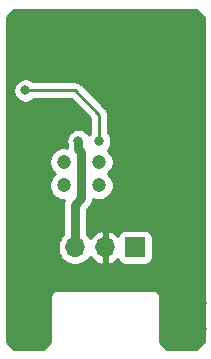
<source format=gbl>
G04 #@! TF.GenerationSoftware,KiCad,Pcbnew,(5.1.7)-1*
G04 #@! TF.CreationDate,2021-11-13T23:39:05+01:00*
G04 #@! TF.ProjectId,psu-module-positive,7073752d-6d6f-4647-956c-652d706f7369,rev?*
G04 #@! TF.SameCoordinates,Original*
G04 #@! TF.FileFunction,Copper,L2,Bot*
G04 #@! TF.FilePolarity,Positive*
%FSLAX46Y46*%
G04 Gerber Fmt 4.6, Leading zero omitted, Abs format (unit mm)*
G04 Created by KiCad (PCBNEW (5.1.7)-1) date 2021-11-13 23:39:05*
%MOMM*%
%LPD*%
G01*
G04 APERTURE LIST*
G04 #@! TA.AperFunction,ComponentPad*
%ADD10C,1.200000*%
G04 #@! TD*
G04 #@! TA.AperFunction,ComponentPad*
%ADD11R,1.700000X1.700000*%
G04 #@! TD*
G04 #@! TA.AperFunction,ComponentPad*
%ADD12O,1.700000X1.700000*%
G04 #@! TD*
G04 #@! TA.AperFunction,ViaPad*
%ADD13C,0.800000*%
G04 #@! TD*
G04 #@! TA.AperFunction,Conductor*
%ADD14C,0.250000*%
G04 #@! TD*
G04 #@! TA.AperFunction,Conductor*
%ADD15C,0.750000*%
G04 #@! TD*
G04 #@! TA.AperFunction,Conductor*
%ADD16C,0.254000*%
G04 #@! TD*
G04 #@! TA.AperFunction,Conductor*
%ADD17C,0.100000*%
G04 #@! TD*
G04 APERTURE END LIST*
D10*
X22000000Y-20500000D03*
X19000000Y-20500000D03*
X22000000Y-18500000D03*
X19000000Y-18500000D03*
D11*
X25040000Y-25750000D03*
D12*
X22500000Y-25750000D03*
X19960000Y-25750000D03*
D13*
X17500000Y-29000000D03*
X14500000Y-7000000D03*
X14500000Y-8000000D03*
X14500000Y-9000000D03*
X30500000Y-7000000D03*
X30500000Y-8000000D03*
X30500000Y-9000000D03*
X14500000Y-10000000D03*
X14500000Y-11000000D03*
X14500000Y-13000000D03*
X14500000Y-14000000D03*
X14500000Y-15000000D03*
X30500000Y-10000000D03*
X30500000Y-11000000D03*
X30500000Y-12000000D03*
X30500000Y-13000000D03*
X30500000Y-14000000D03*
X30500000Y-15000000D03*
X30500000Y-16000000D03*
X30500000Y-17000000D03*
X30500000Y-18000000D03*
X30500000Y-19000000D03*
X30500000Y-20000000D03*
X30500000Y-21000000D03*
X30500000Y-22000000D03*
X30500000Y-23000000D03*
X30500000Y-25000000D03*
X30500000Y-24000000D03*
X30500000Y-26000000D03*
X30500000Y-27000000D03*
X30500000Y-28000000D03*
X30500000Y-29000000D03*
X30500000Y-30000000D03*
X14500000Y-30000000D03*
X14500000Y-29000000D03*
X14500000Y-28000000D03*
X14500000Y-27000000D03*
X14500000Y-26000000D03*
X14500000Y-25000000D03*
X14500000Y-24000000D03*
X14500000Y-23000000D03*
X14500000Y-22000000D03*
X14500000Y-21000000D03*
X14500000Y-19000000D03*
X14500000Y-17000000D03*
X14500000Y-16000000D03*
X14500000Y-18000000D03*
X14500000Y-12000000D03*
X27500000Y-29000000D03*
X19500000Y-29000000D03*
X20500000Y-29000000D03*
X21500000Y-29000000D03*
X22500000Y-29000000D03*
X23500000Y-29000000D03*
X24500000Y-29000000D03*
X25500000Y-29000000D03*
X26500000Y-29000000D03*
X27500000Y-30000000D03*
X15500000Y-6000000D03*
X16500000Y-6000000D03*
X17500000Y-6000000D03*
X18500000Y-6000000D03*
X19500000Y-6000000D03*
X20500000Y-6000000D03*
X21500000Y-6000000D03*
X22500000Y-6000000D03*
X23500000Y-6000000D03*
X24500000Y-6000000D03*
X25500000Y-6000000D03*
X26500000Y-6000000D03*
X27500000Y-6000000D03*
X28500000Y-6000000D03*
X29500000Y-6000000D03*
X30500000Y-31000000D03*
X30500000Y-32000000D03*
X30500000Y-33000000D03*
X14500000Y-31000000D03*
X14500000Y-32000000D03*
X14500000Y-33000000D03*
X15500000Y-34000000D03*
X16500000Y-34000000D03*
X17500000Y-33000000D03*
X17500000Y-32000000D03*
X17500000Y-31000000D03*
X17500000Y-30000000D03*
X27500000Y-33000000D03*
X27500000Y-32000000D03*
X27500000Y-31000000D03*
X29500000Y-34000000D03*
X18500000Y-29000000D03*
X28500000Y-34000000D03*
X14500000Y-20000000D03*
X22000000Y-16750000D03*
X15750000Y-12450000D03*
X20250000Y-16750000D03*
D14*
X19950000Y-12450000D02*
X15750000Y-12450000D01*
X22000000Y-14500000D02*
X19950000Y-12450000D01*
X22000000Y-16750000D02*
X22000000Y-14500000D01*
D15*
X20500000Y-17700000D02*
X20250000Y-17450000D01*
X20500000Y-21600000D02*
X20500000Y-17700000D01*
X20250000Y-17450000D02*
X20250000Y-16750000D01*
X19960000Y-22140000D02*
X20500000Y-21600000D01*
X19960000Y-25750000D02*
X19960000Y-22140000D01*
D16*
X30840000Y-6273381D02*
X30840001Y-29967571D01*
X30836807Y-30000000D01*
X30849550Y-30129383D01*
X30887290Y-30253793D01*
X30948575Y-30368450D01*
X30953950Y-30375000D01*
X30948575Y-30381550D01*
X30887290Y-30496207D01*
X30849550Y-30620617D01*
X30836807Y-30750000D01*
X30840000Y-30782420D01*
X30840001Y-32217571D01*
X30836807Y-32250000D01*
X30849550Y-32379383D01*
X30887290Y-32503793D01*
X30948575Y-32618450D01*
X30953950Y-32625000D01*
X30948575Y-32631550D01*
X30887290Y-32746207D01*
X30849550Y-32870617D01*
X30836807Y-33000000D01*
X30840001Y-33032429D01*
X30840000Y-33726619D01*
X30226620Y-34340000D01*
X27773381Y-34340000D01*
X27160000Y-33726620D01*
X27160000Y-30032419D01*
X27163193Y-30000000D01*
X27150450Y-29870617D01*
X27112710Y-29746207D01*
X27051425Y-29631550D01*
X26968948Y-29531052D01*
X26868450Y-29448575D01*
X26753793Y-29387290D01*
X26629383Y-29349550D01*
X26532419Y-29340000D01*
X26500000Y-29336807D01*
X26467581Y-29340000D01*
X18532419Y-29340000D01*
X18500000Y-29336807D01*
X18467581Y-29340000D01*
X18370617Y-29349550D01*
X18246207Y-29387290D01*
X18131550Y-29448575D01*
X18031052Y-29531052D01*
X17948575Y-29631550D01*
X17887290Y-29746207D01*
X17849550Y-29870617D01*
X17836807Y-30000000D01*
X17840000Y-30032419D01*
X17840001Y-33726618D01*
X17226620Y-34340000D01*
X14773381Y-34340000D01*
X14160000Y-33726620D01*
X14160000Y-12348061D01*
X14715000Y-12348061D01*
X14715000Y-12551939D01*
X14754774Y-12751898D01*
X14832795Y-12940256D01*
X14946063Y-13109774D01*
X15090226Y-13253937D01*
X15259744Y-13367205D01*
X15448102Y-13445226D01*
X15648061Y-13485000D01*
X15851939Y-13485000D01*
X16051898Y-13445226D01*
X16240256Y-13367205D01*
X16409774Y-13253937D01*
X16453711Y-13210000D01*
X19635199Y-13210000D01*
X21240001Y-14814803D01*
X21240000Y-16046289D01*
X21196063Y-16090226D01*
X21125000Y-16196580D01*
X21053937Y-16090226D01*
X20909774Y-15946063D01*
X20740256Y-15832795D01*
X20551898Y-15754774D01*
X20351939Y-15715000D01*
X20148061Y-15715000D01*
X19948102Y-15754774D01*
X19759744Y-15832795D01*
X19590226Y-15946063D01*
X19446063Y-16090226D01*
X19332795Y-16259744D01*
X19254774Y-16448102D01*
X19215000Y-16648061D01*
X19215000Y-16851939D01*
X19240000Y-16977623D01*
X19240000Y-17288544D01*
X19121637Y-17265000D01*
X18878363Y-17265000D01*
X18639764Y-17312460D01*
X18415008Y-17405557D01*
X18212733Y-17540713D01*
X18040713Y-17712733D01*
X17905557Y-17915008D01*
X17812460Y-18139764D01*
X17765000Y-18378363D01*
X17765000Y-18621637D01*
X17812460Y-18860236D01*
X17905557Y-19084992D01*
X18040713Y-19287267D01*
X18212733Y-19459287D01*
X18273664Y-19500000D01*
X18212733Y-19540713D01*
X18040713Y-19712733D01*
X17905557Y-19915008D01*
X17812460Y-20139764D01*
X17765000Y-20378363D01*
X17765000Y-20621637D01*
X17812460Y-20860236D01*
X17905557Y-21084992D01*
X18040713Y-21287267D01*
X18212733Y-21459287D01*
X18415008Y-21594443D01*
X18639764Y-21687540D01*
X18878363Y-21735000D01*
X19031252Y-21735000D01*
X19022368Y-21751621D01*
X18964615Y-21942006D01*
X18945114Y-22140000D01*
X18950001Y-22189618D01*
X18950000Y-24659893D01*
X18806525Y-24803368D01*
X18644010Y-25046589D01*
X18532068Y-25316842D01*
X18475000Y-25603740D01*
X18475000Y-25896260D01*
X18532068Y-26183158D01*
X18644010Y-26453411D01*
X18806525Y-26696632D01*
X19013368Y-26903475D01*
X19256589Y-27065990D01*
X19526842Y-27177932D01*
X19813740Y-27235000D01*
X20106260Y-27235000D01*
X20393158Y-27177932D01*
X20663411Y-27065990D01*
X20906632Y-26903475D01*
X21113475Y-26696632D01*
X21235195Y-26514466D01*
X21304822Y-26631355D01*
X21499731Y-26847588D01*
X21733080Y-27021641D01*
X21995901Y-27146825D01*
X22143110Y-27191476D01*
X22373000Y-27070155D01*
X22373000Y-25877000D01*
X22353000Y-25877000D01*
X22353000Y-25623000D01*
X22373000Y-25623000D01*
X22373000Y-24429845D01*
X22627000Y-24429845D01*
X22627000Y-25623000D01*
X22647000Y-25623000D01*
X22647000Y-25877000D01*
X22627000Y-25877000D01*
X22627000Y-27070155D01*
X22856890Y-27191476D01*
X23004099Y-27146825D01*
X23266920Y-27021641D01*
X23500269Y-26847588D01*
X23576034Y-26763534D01*
X23600498Y-26844180D01*
X23659463Y-26954494D01*
X23738815Y-27051185D01*
X23835506Y-27130537D01*
X23945820Y-27189502D01*
X24065518Y-27225812D01*
X24190000Y-27238072D01*
X25890000Y-27238072D01*
X26014482Y-27225812D01*
X26134180Y-27189502D01*
X26244494Y-27130537D01*
X26341185Y-27051185D01*
X26420537Y-26954494D01*
X26479502Y-26844180D01*
X26515812Y-26724482D01*
X26528072Y-26600000D01*
X26528072Y-24900000D01*
X26515812Y-24775518D01*
X26479502Y-24655820D01*
X26420537Y-24545506D01*
X26341185Y-24448815D01*
X26244494Y-24369463D01*
X26134180Y-24310498D01*
X26014482Y-24274188D01*
X25890000Y-24261928D01*
X24190000Y-24261928D01*
X24065518Y-24274188D01*
X23945820Y-24310498D01*
X23835506Y-24369463D01*
X23738815Y-24448815D01*
X23659463Y-24545506D01*
X23600498Y-24655820D01*
X23576034Y-24736466D01*
X23500269Y-24652412D01*
X23266920Y-24478359D01*
X23004099Y-24353175D01*
X22856890Y-24308524D01*
X22627000Y-24429845D01*
X22373000Y-24429845D01*
X22143110Y-24308524D01*
X21995901Y-24353175D01*
X21733080Y-24478359D01*
X21499731Y-24652412D01*
X21304822Y-24868645D01*
X21235195Y-24985534D01*
X21113475Y-24803368D01*
X20970000Y-24659893D01*
X20970000Y-22558354D01*
X21179089Y-22349265D01*
X21217633Y-22317633D01*
X21343847Y-22163840D01*
X21437632Y-21988380D01*
X21495385Y-21797994D01*
X21510000Y-21649608D01*
X21510000Y-21649606D01*
X21511497Y-21634410D01*
X21639764Y-21687540D01*
X21878363Y-21735000D01*
X22121637Y-21735000D01*
X22360236Y-21687540D01*
X22584992Y-21594443D01*
X22787267Y-21459287D01*
X22959287Y-21287267D01*
X23094443Y-21084992D01*
X23187540Y-20860236D01*
X23235000Y-20621637D01*
X23235000Y-20378363D01*
X23187540Y-20139764D01*
X23094443Y-19915008D01*
X22959287Y-19712733D01*
X22787267Y-19540713D01*
X22726336Y-19500000D01*
X22787267Y-19459287D01*
X22959287Y-19287267D01*
X23094443Y-19084992D01*
X23187540Y-18860236D01*
X23235000Y-18621637D01*
X23235000Y-18378363D01*
X23187540Y-18139764D01*
X23094443Y-17915008D01*
X22959287Y-17712733D01*
X22787267Y-17540713D01*
X22718768Y-17494943D01*
X22803937Y-17409774D01*
X22917205Y-17240256D01*
X22995226Y-17051898D01*
X23035000Y-16851939D01*
X23035000Y-16648061D01*
X22995226Y-16448102D01*
X22917205Y-16259744D01*
X22803937Y-16090226D01*
X22760000Y-16046289D01*
X22760000Y-14537323D01*
X22763676Y-14500000D01*
X22760000Y-14462677D01*
X22760000Y-14462667D01*
X22749003Y-14351014D01*
X22705546Y-14207753D01*
X22634974Y-14075724D01*
X22540001Y-13959999D01*
X22511003Y-13936201D01*
X20513804Y-11939003D01*
X20490001Y-11909999D01*
X20374276Y-11815026D01*
X20242247Y-11744454D01*
X20098986Y-11700997D01*
X19987333Y-11690000D01*
X19987322Y-11690000D01*
X19950000Y-11686324D01*
X19912678Y-11690000D01*
X16453711Y-11690000D01*
X16409774Y-11646063D01*
X16240256Y-11532795D01*
X16051898Y-11454774D01*
X15851939Y-11415000D01*
X15648061Y-11415000D01*
X15448102Y-11454774D01*
X15259744Y-11532795D01*
X15090226Y-11646063D01*
X14946063Y-11790226D01*
X14832795Y-11959744D01*
X14754774Y-12148102D01*
X14715000Y-12348061D01*
X14160000Y-12348061D01*
X14160000Y-6273380D01*
X14773381Y-5660000D01*
X30226620Y-5660000D01*
X30840000Y-6273381D01*
G04 #@! TA.AperFunction,Conductor*
D17*
G36*
X30840000Y-6273381D02*
G01*
X30840001Y-29967571D01*
X30836807Y-30000000D01*
X30849550Y-30129383D01*
X30887290Y-30253793D01*
X30948575Y-30368450D01*
X30953950Y-30375000D01*
X30948575Y-30381550D01*
X30887290Y-30496207D01*
X30849550Y-30620617D01*
X30836807Y-30750000D01*
X30840000Y-30782420D01*
X30840001Y-32217571D01*
X30836807Y-32250000D01*
X30849550Y-32379383D01*
X30887290Y-32503793D01*
X30948575Y-32618450D01*
X30953950Y-32625000D01*
X30948575Y-32631550D01*
X30887290Y-32746207D01*
X30849550Y-32870617D01*
X30836807Y-33000000D01*
X30840001Y-33032429D01*
X30840000Y-33726619D01*
X30226620Y-34340000D01*
X27773381Y-34340000D01*
X27160000Y-33726620D01*
X27160000Y-30032419D01*
X27163193Y-30000000D01*
X27150450Y-29870617D01*
X27112710Y-29746207D01*
X27051425Y-29631550D01*
X26968948Y-29531052D01*
X26868450Y-29448575D01*
X26753793Y-29387290D01*
X26629383Y-29349550D01*
X26532419Y-29340000D01*
X26500000Y-29336807D01*
X26467581Y-29340000D01*
X18532419Y-29340000D01*
X18500000Y-29336807D01*
X18467581Y-29340000D01*
X18370617Y-29349550D01*
X18246207Y-29387290D01*
X18131550Y-29448575D01*
X18031052Y-29531052D01*
X17948575Y-29631550D01*
X17887290Y-29746207D01*
X17849550Y-29870617D01*
X17836807Y-30000000D01*
X17840000Y-30032419D01*
X17840001Y-33726618D01*
X17226620Y-34340000D01*
X14773381Y-34340000D01*
X14160000Y-33726620D01*
X14160000Y-12348061D01*
X14715000Y-12348061D01*
X14715000Y-12551939D01*
X14754774Y-12751898D01*
X14832795Y-12940256D01*
X14946063Y-13109774D01*
X15090226Y-13253937D01*
X15259744Y-13367205D01*
X15448102Y-13445226D01*
X15648061Y-13485000D01*
X15851939Y-13485000D01*
X16051898Y-13445226D01*
X16240256Y-13367205D01*
X16409774Y-13253937D01*
X16453711Y-13210000D01*
X19635199Y-13210000D01*
X21240001Y-14814803D01*
X21240000Y-16046289D01*
X21196063Y-16090226D01*
X21125000Y-16196580D01*
X21053937Y-16090226D01*
X20909774Y-15946063D01*
X20740256Y-15832795D01*
X20551898Y-15754774D01*
X20351939Y-15715000D01*
X20148061Y-15715000D01*
X19948102Y-15754774D01*
X19759744Y-15832795D01*
X19590226Y-15946063D01*
X19446063Y-16090226D01*
X19332795Y-16259744D01*
X19254774Y-16448102D01*
X19215000Y-16648061D01*
X19215000Y-16851939D01*
X19240000Y-16977623D01*
X19240000Y-17288544D01*
X19121637Y-17265000D01*
X18878363Y-17265000D01*
X18639764Y-17312460D01*
X18415008Y-17405557D01*
X18212733Y-17540713D01*
X18040713Y-17712733D01*
X17905557Y-17915008D01*
X17812460Y-18139764D01*
X17765000Y-18378363D01*
X17765000Y-18621637D01*
X17812460Y-18860236D01*
X17905557Y-19084992D01*
X18040713Y-19287267D01*
X18212733Y-19459287D01*
X18273664Y-19500000D01*
X18212733Y-19540713D01*
X18040713Y-19712733D01*
X17905557Y-19915008D01*
X17812460Y-20139764D01*
X17765000Y-20378363D01*
X17765000Y-20621637D01*
X17812460Y-20860236D01*
X17905557Y-21084992D01*
X18040713Y-21287267D01*
X18212733Y-21459287D01*
X18415008Y-21594443D01*
X18639764Y-21687540D01*
X18878363Y-21735000D01*
X19031252Y-21735000D01*
X19022368Y-21751621D01*
X18964615Y-21942006D01*
X18945114Y-22140000D01*
X18950001Y-22189618D01*
X18950000Y-24659893D01*
X18806525Y-24803368D01*
X18644010Y-25046589D01*
X18532068Y-25316842D01*
X18475000Y-25603740D01*
X18475000Y-25896260D01*
X18532068Y-26183158D01*
X18644010Y-26453411D01*
X18806525Y-26696632D01*
X19013368Y-26903475D01*
X19256589Y-27065990D01*
X19526842Y-27177932D01*
X19813740Y-27235000D01*
X20106260Y-27235000D01*
X20393158Y-27177932D01*
X20663411Y-27065990D01*
X20906632Y-26903475D01*
X21113475Y-26696632D01*
X21235195Y-26514466D01*
X21304822Y-26631355D01*
X21499731Y-26847588D01*
X21733080Y-27021641D01*
X21995901Y-27146825D01*
X22143110Y-27191476D01*
X22373000Y-27070155D01*
X22373000Y-25877000D01*
X22353000Y-25877000D01*
X22353000Y-25623000D01*
X22373000Y-25623000D01*
X22373000Y-24429845D01*
X22627000Y-24429845D01*
X22627000Y-25623000D01*
X22647000Y-25623000D01*
X22647000Y-25877000D01*
X22627000Y-25877000D01*
X22627000Y-27070155D01*
X22856890Y-27191476D01*
X23004099Y-27146825D01*
X23266920Y-27021641D01*
X23500269Y-26847588D01*
X23576034Y-26763534D01*
X23600498Y-26844180D01*
X23659463Y-26954494D01*
X23738815Y-27051185D01*
X23835506Y-27130537D01*
X23945820Y-27189502D01*
X24065518Y-27225812D01*
X24190000Y-27238072D01*
X25890000Y-27238072D01*
X26014482Y-27225812D01*
X26134180Y-27189502D01*
X26244494Y-27130537D01*
X26341185Y-27051185D01*
X26420537Y-26954494D01*
X26479502Y-26844180D01*
X26515812Y-26724482D01*
X26528072Y-26600000D01*
X26528072Y-24900000D01*
X26515812Y-24775518D01*
X26479502Y-24655820D01*
X26420537Y-24545506D01*
X26341185Y-24448815D01*
X26244494Y-24369463D01*
X26134180Y-24310498D01*
X26014482Y-24274188D01*
X25890000Y-24261928D01*
X24190000Y-24261928D01*
X24065518Y-24274188D01*
X23945820Y-24310498D01*
X23835506Y-24369463D01*
X23738815Y-24448815D01*
X23659463Y-24545506D01*
X23600498Y-24655820D01*
X23576034Y-24736466D01*
X23500269Y-24652412D01*
X23266920Y-24478359D01*
X23004099Y-24353175D01*
X22856890Y-24308524D01*
X22627000Y-24429845D01*
X22373000Y-24429845D01*
X22143110Y-24308524D01*
X21995901Y-24353175D01*
X21733080Y-24478359D01*
X21499731Y-24652412D01*
X21304822Y-24868645D01*
X21235195Y-24985534D01*
X21113475Y-24803368D01*
X20970000Y-24659893D01*
X20970000Y-22558354D01*
X21179089Y-22349265D01*
X21217633Y-22317633D01*
X21343847Y-22163840D01*
X21437632Y-21988380D01*
X21495385Y-21797994D01*
X21510000Y-21649608D01*
X21510000Y-21649606D01*
X21511497Y-21634410D01*
X21639764Y-21687540D01*
X21878363Y-21735000D01*
X22121637Y-21735000D01*
X22360236Y-21687540D01*
X22584992Y-21594443D01*
X22787267Y-21459287D01*
X22959287Y-21287267D01*
X23094443Y-21084992D01*
X23187540Y-20860236D01*
X23235000Y-20621637D01*
X23235000Y-20378363D01*
X23187540Y-20139764D01*
X23094443Y-19915008D01*
X22959287Y-19712733D01*
X22787267Y-19540713D01*
X22726336Y-19500000D01*
X22787267Y-19459287D01*
X22959287Y-19287267D01*
X23094443Y-19084992D01*
X23187540Y-18860236D01*
X23235000Y-18621637D01*
X23235000Y-18378363D01*
X23187540Y-18139764D01*
X23094443Y-17915008D01*
X22959287Y-17712733D01*
X22787267Y-17540713D01*
X22718768Y-17494943D01*
X22803937Y-17409774D01*
X22917205Y-17240256D01*
X22995226Y-17051898D01*
X23035000Y-16851939D01*
X23035000Y-16648061D01*
X22995226Y-16448102D01*
X22917205Y-16259744D01*
X22803937Y-16090226D01*
X22760000Y-16046289D01*
X22760000Y-14537323D01*
X22763676Y-14500000D01*
X22760000Y-14462677D01*
X22760000Y-14462667D01*
X22749003Y-14351014D01*
X22705546Y-14207753D01*
X22634974Y-14075724D01*
X22540001Y-13959999D01*
X22511003Y-13936201D01*
X20513804Y-11939003D01*
X20490001Y-11909999D01*
X20374276Y-11815026D01*
X20242247Y-11744454D01*
X20098986Y-11700997D01*
X19987333Y-11690000D01*
X19987322Y-11690000D01*
X19950000Y-11686324D01*
X19912678Y-11690000D01*
X16453711Y-11690000D01*
X16409774Y-11646063D01*
X16240256Y-11532795D01*
X16051898Y-11454774D01*
X15851939Y-11415000D01*
X15648061Y-11415000D01*
X15448102Y-11454774D01*
X15259744Y-11532795D01*
X15090226Y-11646063D01*
X14946063Y-11790226D01*
X14832795Y-11959744D01*
X14754774Y-12148102D01*
X14715000Y-12348061D01*
X14160000Y-12348061D01*
X14160000Y-6273380D01*
X14773381Y-5660000D01*
X30226620Y-5660000D01*
X30840000Y-6273381D01*
G37*
G04 #@! TD.AperFunction*
M02*

</source>
